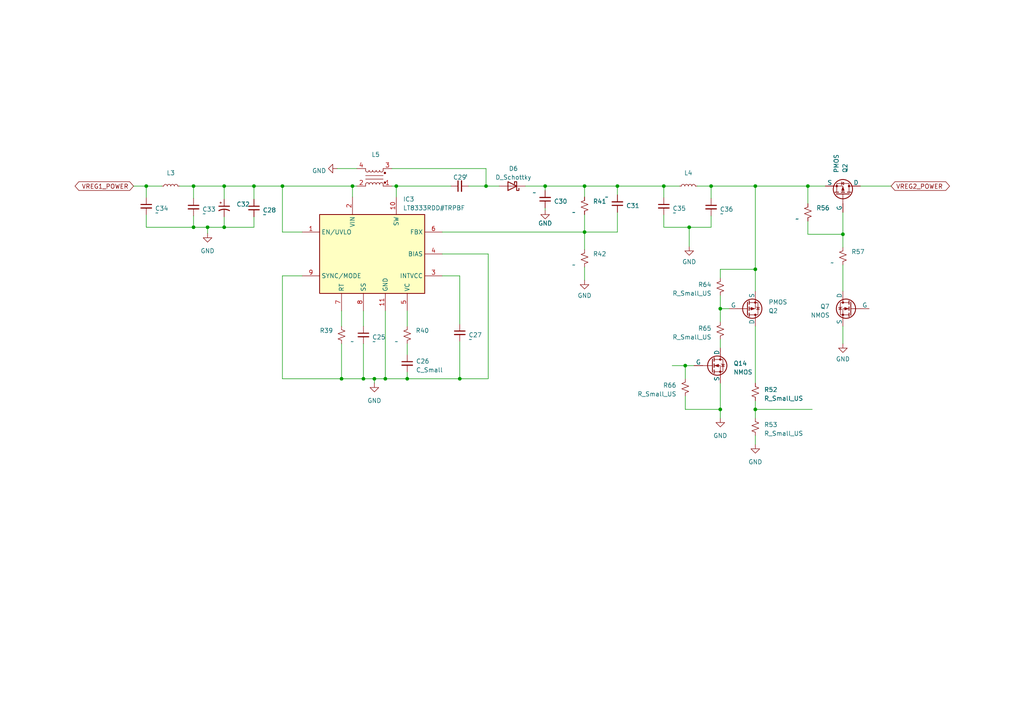
<source format=kicad_sch>
(kicad_sch (version 20230121) (generator eeschema)
  (paper "A4")
  (lib_symbols
    (symbol "Device:C_Polarized_Small_US" (pin_numbers hide) (pin_names (offset 0.254) hide)
      (property "Reference" "C" (at 0.254 1.778 0))
      (property "Value" "C_Polarized_Small_US" (at 0.254 -2.032 0))
      (symbol "C_Polarized_Small_US_0_1"
        (polyline (pts (xy -1.524 0.508) (xy 1.524 0.508)) (stroke (width 0.3048)))
        (polyline (pts (xy -1.27 1.524) (xy -0.762 1.524)))
        (polyline (pts (xy -1.016 1.27) (xy -1.016 1.778)))
        (arc (start 1.524 -0.762) (mid 0 -0.3734) (end -1.524 -0.762) (stroke (width 0.3048)))
      )
      (symbol "C_Polarized_Small_US_1_1"
        (pin passive line (at 0 2.54 270) (length 2.032) (name "~") (number "1"))
        (pin passive line (at 0 -2.54 90) (length 2.032) (name "~") (number "2"))
      )
    )
    (symbol "Device:C_Small" (pin_numbers hide) (pin_names (offset 0.254) hide)
      (property "Reference" "C" (at 0.254 1.778 0))
      (property "Value" "C_Small" (at 0.254 -2.032 0))
      (symbol "C_Small_0_1"
        (polyline (pts (xy -1.524 -0.508) (xy 1.524 -0.508)) (stroke (width 0.3302)))
        (polyline (pts (xy -1.524 0.508) (xy 1.524 0.508)) (stroke (width 0.3048)))
      )
      (symbol "C_Small_1_1"
        (pin passive line (at 0 2.54 270) (length 2.032) (name "~") (number "1"))
        (pin passive line (at 0 -2.54 90) (length 2.032) (name "~") (number "2"))
      )
    )
    (symbol "Device:D_Schottky" (pin_numbers hide) (pin_names (offset 1.016) hide)
      (property "Reference" "D" (at 0 2.54 0))
      (property "Value" "D_Schottky" (at 0 -2.54 0))
      (symbol "D_Schottky_0_1"
        (polyline (pts (xy 1.27 0) (xy -1.27 0)))
        (polyline (pts (xy 1.27 1.27) (xy 1.27 -1.27) (xy -1.27 0) (xy 1.27 1.27)) (stroke (width 0.254)))
        (polyline (pts (xy -1.905 0.635) (xy -1.905 1.27) (xy -1.27 1.27) (xy -1.27 -1.27) (xy -0.635 -1.27) (xy -0.635 -0.635)) (stroke (width 0.254)))
      )
      (symbol "D_Schottky_1_1"
        (pin passive line (at -3.81 0 0) (length 2.54) (name "K") (number "1"))
        (pin passive line (at 3.81 0 180) (length 2.54) (name "A") (number "2"))
      )
    )
    (symbol "Device:L_Iron_Coupled" (pin_names (offset 0.254) hide)
      (property "Reference" "L" (at 0 4.445 0))
      (property "Value" "L_Iron_Coupled" (at 0 -4.445 0))
      (symbol "L_Iron_Coupled_0_1"
        (circle (center -3.048 -1.27) (radius 0.254) (fill (type outline)))
        (circle (center -3.048 1.524) (radius 0.254) (fill (type outline)))
        (arc (start -2.54 2.032) (mid -2.032 1.5262) (end -1.524 2.032))
        (arc (start -1.524 -2.032) (mid -2.032 -1.5262) (end -2.54 -2.032))
        (arc (start -1.524 2.032) (mid -1.016 1.5262) (end -0.508 2.032))
        (arc (start -0.508 -2.032) (mid -1.016 -1.5262) (end -1.524 -2.032))
        (arc (start -0.508 2.032) (mid 0 1.5262) (end 0.508 2.032))
        (polyline (pts (xy -2.54 -2.032) (xy -2.54 -2.54)))
        (polyline (pts (xy -2.54 0.508) (xy 2.54 0.508)))
        (polyline (pts (xy -2.54 2.032) (xy -2.54 2.54)))
        (polyline (pts (xy 2.54 -2.032) (xy 2.54 -2.54)))
        (polyline (pts (xy 2.54 -0.508) (xy -2.54 -0.508)))
        (polyline (pts (xy 2.54 2.54) (xy 2.54 2.032)))
        (arc (start 0.508 -2.032) (mid 0 -1.5262) (end -0.508 -2.032))
        (arc (start 0.508 2.032) (mid 1.016 1.5262) (end 1.524 2.032))
        (arc (start 1.524 -2.032) (mid 1.016 -1.5262) (end 0.508 -2.032))
        (arc (start 1.524 2.032) (mid 2.032 1.5262) (end 2.54 2.032))
        (arc (start 2.54 -2.032) (mid 2.032 -1.5262) (end 1.524 -2.032))
      )
      (symbol "L_Iron_Coupled_1_1"
        (pin passive line (at -5.08 2.54 0) (length 2.54) (name "1") (number "1"))
        (pin passive line (at 5.08 2.54 180) (length 2.54) (name "2") (number "2"))
        (pin passive line (at -5.08 -2.54 0) (length 2.54) (name "3") (number "3"))
        (pin passive line (at 5.08 -2.54 180) (length 2.54) (name "4") (number "4"))
      )
    )
    (symbol "Device:L_Small" (pin_numbers hide) (pin_names (offset 0.254) hide)
      (property "Reference" "L" (at 0.762 1.016 0))
      (property "Value" "L_Small" (at 0.762 -1.016 0))
      (symbol "L_Small_0_1"
        (arc (start 0 -2.032) (mid 0.5058 -1.524) (end 0 -1.016))
        (arc (start 0 -1.016) (mid 0.5058 -0.508) (end 0 0))
        (arc (start 0 0) (mid 0.5058 0.508) (end 0 1.016))
        (arc (start 0 1.016) (mid 0.5058 1.524) (end 0 2.032))
      )
      (symbol "L_Small_1_1"
        (pin passive line (at 0 2.54 270) (length 0.508) (name "~") (number "1"))
        (pin passive line (at 0 -2.54 90) (length 0.508) (name "~") (number "2"))
      )
    )
    (symbol "Device:R_Small_US" (pin_numbers hide) (pin_names (offset 0.254) hide)
      (property "Reference" "R" (at 0.762 0.508 0))
      (property "Value" "R_Small_US" (at 0.762 -1.016 0))
      (symbol "R_Small_US_1_1"
        (polyline (pts (xy 0 0) (xy 1.016 -0.381) (xy 0 -0.762) (xy -1.016 -1.143) (xy 0 -1.524)))
        (polyline (pts (xy 0 1.524) (xy 1.016 1.143) (xy 0 0.762) (xy -1.016 0.381) (xy 0 0)))
        (pin passive line (at 0 2.54 270) (length 1.016) (name "~") (number "1"))
        (pin passive line (at 0 -2.54 90) (length 1.016) (name "~") (number "2"))
      )
    )
    (symbol "LT8333RDD#TRPBF:LT8333RDD#TRPBF"
      (property "Reference" "IC" (at 36.83 7.62 0))
      (property "Value" "LT8333RDD#TRPBF" (at 36.83 5.08 0))
      (symbol "LT8333RDD#TRPBF_1_1"
        (rectangle (start 5.08 2.54) (end 35.56 -20.32) (stroke (width 0.254)) (fill (type background)))
        (pin passive line (at 0 -2.54 0) (length 5.08) (name "EN/UVLO") (number "1"))
        (pin passive line (at 27.305 7.62 270) (length 5.08) (name "SW") (number "10"))
        (pin passive line (at 24.13 -25.4 90) (length 5.08) (name "GND") (number "11"))
        (pin passive line (at 14.605 7.62 270) (length 5.08) (name "VIN") (number "2"))
        (pin passive line (at 40.64 -15.24 180) (length 5.08) (name "INTVCC") (number "3"))
        (pin passive line (at 40.64 -8.89 180) (length 5.08) (name "BIAS") (number "4"))
        (pin passive line (at 30.48 -25.4 90) (length 5.08) (name "VC") (number "5"))
        (pin passive line (at 40.64 -2.54 180) (length 5.08) (name "FBX") (number "6"))
        (pin passive line (at 11.43 -25.4 90) (length 5.08) (name "RT") (number "7"))
        (pin passive line (at 17.78 -25.4 90) (length 5.08) (name "SS") (number "8"))
        (pin passive line (at 0 -15.24 0) (length 5.08) (name "SYNC/MODE") (number "9"))
      )
    )
    (symbol "Simulation_SPICE:NMOS" (pin_numbers hide) (pin_names (offset 0))
      (property "Reference" "Q" (at 5.08 1.27 0))
      (property "Value" "NMOS" (at 5.08 -1.27 0))
      (symbol "NMOS_0_1"
        (polyline (pts (xy 0.254 0) (xy -2.54 0)))
        (polyline (pts (xy 0.254 1.905) (xy 0.254 -1.905)) (stroke (width 0.254)))
        (polyline (pts (xy 0.762 -1.27) (xy 0.762 -2.286)) (stroke (width 0.254)))
        (polyline (pts (xy 0.762 0.508) (xy 0.762 -0.508)) (stroke (width 0.254)))
        (polyline (pts (xy 0.762 2.286) (xy 0.762 1.27)) (stroke (width 0.254)))
        (polyline (pts (xy 2.54 2.54) (xy 2.54 1.778)))
        (polyline (pts (xy 2.54 -2.54) (xy 2.54 0) (xy 0.762 0)))
        (polyline (pts (xy 0.762 -1.778) (xy 3.302 -1.778) (xy 3.302 1.778) (xy 0.762 1.778)))
        (polyline (pts (xy 1.016 0) (xy 2.032 0.381) (xy 2.032 -0.381) (xy 1.016 0)) (fill (type outline)))
        (polyline (pts (xy 2.794 0.508) (xy 2.921 0.381) (xy 3.683 0.381) (xy 3.81 0.254)))
        (polyline (pts (xy 3.302 0.381) (xy 2.921 -0.254) (xy 3.683 -0.254) (xy 3.302 0.381)))
        (circle (center 1.651 0) (radius 2.794) (stroke (width 0.254)))
        (circle (center 2.54 -1.778) (radius 0.254) (fill (type outline)))
        (circle (center 2.54 1.778) (radius 0.254) (fill (type outline)))
      )
      (symbol "NMOS_1_1"
        (pin passive line (at 2.54 5.08 270) (length 2.54) (name "D") (number "1"))
        (pin input line (at -5.08 0 0) (length 2.54) (name "G") (number "2"))
        (pin passive line (at 2.54 -5.08 90) (length 2.54) (name "S") (number "3"))
      )
    )
    (symbol "Simulation_SPICE:PMOS" (pin_numbers hide) (pin_names (offset 0))
      (property "Reference" "Q" (at 5.08 1.27 0))
      (property "Value" "PMOS" (at 5.08 -1.27 0))
      (symbol "PMOS_0_1"
        (polyline (pts (xy 0.254 0) (xy -2.54 0)))
        (polyline (pts (xy 0.254 1.905) (xy 0.254 -1.905)) (stroke (width 0.254)))
        (polyline (pts (xy 0.762 -1.27) (xy 0.762 -2.286)) (stroke (width 0.254)))
        (polyline (pts (xy 0.762 0.508) (xy 0.762 -0.508)) (stroke (width 0.254)))
        (polyline (pts (xy 0.762 2.286) (xy 0.762 1.27)) (stroke (width 0.254)))
        (polyline (pts (xy 2.54 2.54) (xy 2.54 1.778)))
        (polyline (pts (xy 2.54 -2.54) (xy 2.54 0) (xy 0.762 0)))
        (polyline (pts (xy 0.762 1.778) (xy 3.302 1.778) (xy 3.302 -1.778) (xy 0.762 -1.778)))
        (polyline (pts (xy 2.286 0) (xy 1.27 0.381) (xy 1.27 -0.381) (xy 2.286 0)) (fill (type outline)))
        (polyline (pts (xy 2.794 -0.508) (xy 2.921 -0.381) (xy 3.683 -0.381) (xy 3.81 -0.254)))
        (polyline (pts (xy 3.302 -0.381) (xy 2.921 0.254) (xy 3.683 0.254) (xy 3.302 -0.381)))
        (circle (center 1.651 0) (radius 2.794) (stroke (width 0.254)))
        (circle (center 2.54 -1.778) (radius 0.254) (fill (type outline)))
        (circle (center 2.54 1.778) (radius 0.254) (fill (type outline)))
      )
      (symbol "PMOS_1_1"
        (pin passive line (at 2.54 5.08 270) (length 2.54) (name "D") (number "1"))
        (pin input line (at -5.08 0 0) (length 2.54) (name "G") (number "2"))
        (pin passive line (at 2.54 -5.08 90) (length 2.54) (name "S") (number "3"))
      )
    )
    (symbol "power:GND" (power) (pin_names (offset 0))
      (property "Value" "GND" (at 0 -3.81 0))
      (symbol "GND_0_1"
        (polyline (pts (xy 0 0) (xy 0 -1.27) (xy 1.27 -1.27) (xy 0 -2.54) (xy -1.27 -1.27) (xy 0 -1.27)))
      )
      (symbol "GND_1_1"
        (pin power_in line (at 0 0 270) (length 0) hide (name "GND") (number "1"))
      )
    )
  )
  (junction (at 169.545 67.31))
  (junction (at 60.198 65.913))
  (junction (at 81.915 53.975))
  (junction (at 206.248 53.975))
  (junction (at 219.075 53.975))
  (junction (at 219.075 118.745))
  (junction (at 234.315 53.975))
  (junction (at 199.898 65.913))
  (junction (at 118.11 109.855))
  (junction (at 56.134 65.913))
  (junction (at 56.134 53.975))
  (junction (at 102.235 53.975))
  (junction (at 105.41 109.855))
  (junction (at 198.755 106.045))
  (junction (at 208.915 89.535))
  (junction (at 208.915 118.745))
  (junction (at 133.35 109.855))
  (junction (at 73.66 53.975))
  (junction (at 42.418 53.975))
  (junction (at 99.06 109.855))
  (junction (at 192.532 53.975))
  (junction (at 219.075 78.105))
  (junction (at 65.024 65.913))
  (junction (at 244.475 67.945))
  (junction (at 65.024 53.975))
  (junction (at 108.585 109.855))
  (junction (at 111.76 109.855))
  (junction (at 114.935 53.975))
  (junction (at 169.545 53.975))
  (junction (at 140.97 53.975))
  (junction (at 179.07 53.975))
  (junction (at 158.115 53.975))
  (wire (pts (xy 128.27 67.31) (xy 169.545 67.31)))
  (wire (pts (xy 97.79 48.895) (xy 103.505 48.895)))
  (wire (pts (xy 56.134 53.975) (xy 56.134 57.531)))
  (wire (pts (xy 65.024 53.975) (xy 73.66 53.975)))
  (wire (pts (xy 208.915 100.965) (xy 208.915 98.425)))
  (wire (pts (xy 60.198 65.913) (xy 65.024 65.913)))
  (wire (pts (xy 42.418 57.277) (xy 42.418 53.975)))
  (wire (pts (xy 169.545 53.975) (xy 179.07 53.975)))
  (wire (pts (xy 111.76 109.855) (xy 118.11 109.855)))
  (wire (pts (xy 99.06 109.855) (xy 105.41 109.855)))
  (wire (pts (xy 56.134 65.913) (xy 60.198 65.913)))
  (wire (pts (xy 105.41 99.695) (xy 105.41 109.855)))
  (wire (pts (xy 42.418 65.913) (xy 56.134 65.913)))
  (wire (pts (xy 169.545 53.975) (xy 158.115 53.975)))
  (wire (pts (xy 208.915 111.125) (xy 208.915 118.745)))
  (wire (pts (xy 249.555 53.975) (xy 258.445 53.975)))
  (wire (pts (xy 140.97 48.895) (xy 113.665 48.895)))
  (wire (pts (xy 206.248 53.975) (xy 206.248 57.531)))
  (wire (pts (xy 99.06 99.695) (xy 99.06 109.855)))
  (wire (pts (xy 179.07 61.595) (xy 179.07 67.31)))
  (wire (pts (xy 219.075 53.975) (xy 234.315 53.975)))
  (wire (pts (xy 111.76 90.17) (xy 111.76 109.855)))
  (wire (pts (xy 219.075 118.745) (xy 219.075 121.285)))
  (wire (pts (xy 244.475 76.835) (xy 244.475 84.455)))
  (wire (pts (xy 141.605 73.66) (xy 141.605 109.855)))
  (wire (pts (xy 199.898 71.501) (xy 199.898 65.913)))
  (wire (pts (xy 198.755 106.045) (xy 201.295 106.045)))
  (wire (pts (xy 99.06 90.17) (xy 99.06 94.615)))
  (wire (pts (xy 219.075 118.745) (xy 235.585 118.745)))
  (wire (pts (xy 65.024 62.865) (xy 65.024 65.913)))
  (wire (pts (xy 208.915 89.535) (xy 208.915 85.725)))
  (wire (pts (xy 113.665 53.975) (xy 114.935 53.975)))
  (wire (pts (xy 56.134 53.975) (xy 65.024 53.975)))
  (wire (pts (xy 169.545 77.47) (xy 169.545 81.28)))
  (wire (pts (xy 81.915 67.31) (xy 81.915 53.975)))
  (wire (pts (xy 219.075 116.205) (xy 219.075 118.745)))
  (wire (pts (xy 192.532 62.357) (xy 192.532 65.913)))
  (wire (pts (xy 99.06 109.855) (xy 81.915 109.855)))
  (wire (pts (xy 133.35 109.855) (xy 118.11 109.855)))
  (wire (pts (xy 208.915 89.535) (xy 211.455 89.535)))
  (wire (pts (xy 108.585 109.855) (xy 111.76 109.855)))
  (wire (pts (xy 102.235 53.975) (xy 81.915 53.975)))
  (wire (pts (xy 114.935 53.975) (xy 114.935 57.15)))
  (wire (pts (xy 234.315 67.945) (xy 244.475 67.945)))
  (wire (pts (xy 38.735 53.975) (xy 42.418 53.975)))
  (wire (pts (xy 105.41 90.17) (xy 105.41 94.615)))
  (wire (pts (xy 179.07 67.31) (xy 169.545 67.31)))
  (wire (pts (xy 234.315 53.975) (xy 239.395 53.975)))
  (wire (pts (xy 65.024 65.913) (xy 73.66 65.913)))
  (wire (pts (xy 102.235 57.15) (xy 102.235 53.975)))
  (wire (pts (xy 81.915 109.855) (xy 81.915 80.01)))
  (wire (pts (xy 158.115 55.245) (xy 158.115 53.975)))
  (wire (pts (xy 219.075 126.365) (xy 219.075 128.905)))
  (wire (pts (xy 128.27 73.66) (xy 141.605 73.66)))
  (wire (pts (xy 208.915 78.105) (xy 219.075 78.105)))
  (wire (pts (xy 105.41 109.855) (xy 108.585 109.855)))
  (wire (pts (xy 208.915 118.745) (xy 198.755 118.745)))
  (wire (pts (xy 244.475 67.945) (xy 244.475 71.755)))
  (wire (pts (xy 87.63 67.31) (xy 81.915 67.31)))
  (wire (pts (xy 140.97 53.975) (xy 140.97 48.895)))
  (wire (pts (xy 202.184 53.975) (xy 206.248 53.975)))
  (wire (pts (xy 244.475 94.615) (xy 244.475 99.695)))
  (wire (pts (xy 179.07 53.975) (xy 179.07 56.515)))
  (wire (pts (xy 135.89 53.975) (xy 140.97 53.975)))
  (wire (pts (xy 244.475 67.945) (xy 244.475 61.595)))
  (wire (pts (xy 158.115 60.96) (xy 158.115 60.325)))
  (wire (pts (xy 192.532 65.913) (xy 199.898 65.913)))
  (wire (pts (xy 73.66 53.975) (xy 81.915 53.975)))
  (wire (pts (xy 219.075 78.105) (xy 219.075 53.975)))
  (wire (pts (xy 234.315 64.135) (xy 234.315 67.945)))
  (wire (pts (xy 42.418 62.357) (xy 42.418 65.913)))
  (wire (pts (xy 208.915 118.745) (xy 208.915 121.285)))
  (wire (pts (xy 179.07 53.975) (xy 192.532 53.975)))
  (wire (pts (xy 208.915 93.345) (xy 208.915 89.535)))
  (wire (pts (xy 169.545 67.31) (xy 169.545 72.39)))
  (wire (pts (xy 234.315 53.975) (xy 234.315 59.055)))
  (wire (pts (xy 56.134 62.611) (xy 56.134 65.913)))
  (wire (pts (xy 60.198 65.913) (xy 60.198 67.691)))
  (wire (pts (xy 114.935 53.975) (xy 130.81 53.975)))
  (wire (pts (xy 73.66 62.865) (xy 73.66 65.913)))
  (wire (pts (xy 118.11 94.615) (xy 118.11 90.17)))
  (wire (pts (xy 141.605 109.855) (xy 133.35 109.855)))
  (wire (pts (xy 128.27 80.01) (xy 133.35 80.01)))
  (wire (pts (xy 133.35 80.01) (xy 133.35 93.98)))
  (wire (pts (xy 208.915 80.645) (xy 208.915 78.105)))
  (wire (pts (xy 81.915 80.01) (xy 87.63 80.01)))
  (wire (pts (xy 102.235 53.975) (xy 103.505 53.975)))
  (wire (pts (xy 206.248 53.975) (xy 219.075 53.975)))
  (wire (pts (xy 52.07 53.975) (xy 56.134 53.975)))
  (wire (pts (xy 192.532 57.277) (xy 192.532 53.975)))
  (wire (pts (xy 198.755 109.855) (xy 198.755 106.045)))
  (wire (pts (xy 192.532 53.975) (xy 197.104 53.975)))
  (wire (pts (xy 108.585 109.855) (xy 108.585 111.125)))
  (wire (pts (xy 194.945 106.045) (xy 198.755 106.045)))
  (wire (pts (xy 42.418 53.975) (xy 46.99 53.975)))
  (wire (pts (xy 65.024 53.975) (xy 65.024 57.785)))
  (wire (pts (xy 140.97 53.975) (xy 144.78 53.975)))
  (wire (pts (xy 169.545 62.23) (xy 169.545 67.31)))
  (wire (pts (xy 206.248 62.611) (xy 206.248 65.913)))
  (wire (pts (xy 219.075 78.105) (xy 219.075 84.455)))
  (wire (pts (xy 199.898 65.913) (xy 206.248 65.913)))
  (wire (pts (xy 118.11 109.855) (xy 118.11 107.95)))
  (wire (pts (xy 169.545 53.975) (xy 169.545 57.15)))
  (wire (pts (xy 73.66 57.785) (xy 73.66 53.975)))
  (wire (pts (xy 118.11 102.87) (xy 118.11 99.695)))
  (wire (pts (xy 219.075 94.615) (xy 219.075 111.125)))
  (wire (pts (xy 198.755 118.745) (xy 198.755 114.935)))
  (wire (pts (xy 158.115 53.975) (xy 152.4 53.975)))
  (wire (pts (xy 133.35 99.06) (xy 133.35 109.855)))
  (global_label "VREG1_POWER" (shape bidirectional) (at 38.735 53.975 180) (property "Intersheetrefs" "${INTERSHEET_REFS}" (effects hide)))
  (global_label "VREG2_POWER" (shape bidirectional) (at 258.445 53.975 0) (property "Intersheetrefs" "${INTERSHEET_REFS}" (effects hide)))
  (symbol (lib_id "power:GND") (at 208.915 121.285 0) (unit 1)
    (property "Reference" "#PWR044" (effects hide))
    (property "Value" "GND" (at 208.915 126.365 0))
    (instances (project "power_supply" (path "" (reference "#PWR044") (unit 1)) (path "" (reference "#PWR046") (unit 1))))
  )
  (symbol (lib_id "Device:C_Small") (at 118.11 105.41 0) (unit 1)
    (property "Reference" "C26" (at 120.65 104.7813 0) (effects (justify left)))
    (property "Value" "C_Small" (at 120.65 107.3213 0) (effects (justify left)))
  )
  (symbol (lib_id "Device:L_Small") (at 49.53 53.975 90) (unit 1)
    (property "Reference" "L3" (at 49.53 50.165 90))
    (property "Value" "L_Small" (effects hide))
  )
  (symbol (lib_id "Device:R_Small_US") (at 219.075 113.665 0) (unit 1)
    (property "Reference" "R52" (at 221.615 113.03 0) (effects (justify left)))
    (property "Value" "R_Small_US" (at 221.615 115.57 0) (effects (justify left)))
    (instances (project "power_supply" (path "" (reference "R52") (unit 1)) (path "" (reference "R70") (unit 1))))
  )
  (symbol (lib_id "Device:C_Small") (at 158.115 57.785 180) (unit 1)
    (property "Reference" "C30" (at 160.655 58.4136 0) (effects (justify right)))
    (property "Value" "~" (at 155.575 55.8737 0) (effects (justify left)))
  )
  (symbol (lib_id "Device:R_Small_US") (at 234.315 61.595 0) (mirror y) (unit 1)
    (property "Reference" "R56" (at 240.665 60.325 0) (effects (justify left)))
    (property "Value" "~" (at 231.775 63.5 0) (effects (justify left)))
  )
  (symbol (lib_id "power:GND") (at 244.475 99.695 0) (unit 1)
    (property "Reference" "#PWR038" (effects hide))
    (property "Value" "GND" (at 244.475 104.14 0))
  )
  (symbol (lib_id "Device:C_Small") (at 105.41 97.155 0) (unit 1)
    (property "Reference" "C25" (at 107.95 97.7963 0) (effects (justify left)))
    (property "Value" "~" (at 107.95 99.0663 0) (effects (justify left)))
  )
  (symbol (lib_id "Device:C_Polarized_Small_US") (at 65.024 60.325 0) (unit 1)
    (property "Reference" "C32" (at 68.58 59.2582 0) (effects (justify left)))
    (property "Value" "C_Polarized_Small_US" (effects hide))
  )
  (symbol (lib_id "Simulation_SPICE:NMOS") (at 206.375 106.045 0) (unit 1)
    (property "Reference" "Q14" (at 212.725 105.41 0) (effects (justify left)))
    (property "Value" "NMOS" (at 212.725 107.95 0) (effects (justify left)))
    (property "Datasheet" "https://ngspice.sourceforge.io/docs/ngspice-manual.pdf" (effects hide))
    (property "Sim.Device" "NMOS" (effects hide))
    (property "Sim.Type" "VDMOS" (effects hide))
    (property "Sim.Pins" "1=D 2=G 3=S" (effects hide))
    (instances (project "power_supply" (path "" (reference "Q14") (unit 1)) (path "" (reference "Q12") (unit 1))))
  )
  (symbol (lib_id "Simulation_SPICE:NMOS") (at 247.015 89.535 0) (mirror y) (unit 1)
    (property "Reference" "Q7" (at 240.665 88.9 0) (effects (justify left)))
    (property "Value" "NMOS" (at 240.665 91.44 0) (effects (justify left)))
    (property "Datasheet" "https://ngspice.sourceforge.io/docs/ngspice-manual.pdf" (effects hide))
    (property "Sim.Device" "NMOS" (effects hide))
    (property "Sim.Type" "VDMOS" (effects hide))
    (property "Sim.Pins" "1=D 2=G 3=S" (effects hide))
  )
  (symbol (lib_id "power:GND") (at 60.198 67.691 0) (unit 1)
    (property "Reference" "#PWR025" (effects hide))
    (property "Value" "GND" (at 60.198 72.771 0))
  )
  (symbol (lib_id "LT8333RDD#TRPBF:LT8333RDD#TRPBF") (at 87.63 64.77 0) (unit 1)
    (property "Reference" "IC3" (at 116.8909 57.785 0) (effects (justify left)))
    (property "Value" "LT8333RDD#TRPBF" (at 116.8909 60.325 0) (effects (justify left)))
    (property "Footprint" "SON50P300X300X80-11N-D" (effects hide))
    (property "Datasheet" "https://www.analog.com/media/en/technical-documentation/data-sheets/lt8333.pdf" (effects hide))
    (property "Height" "0.8" (effects hide))
    (property "Mouser Part Number" "584-LT8333RDD#TRPBF" (effects hide))
    (property "Mouser Price/Stock" "https://www.mouser.co.uk/ProductDetail/Analog-Devices/LT8333RDDTRPBF?qs=Li%252BoUPsLEnsIGUoTTha3eQ%3D%3D" (effects hide))
    (property "Manufacturer_Name" "Analog Devices" (effects hide))
    (property "Manufacturer_Part_Number" "LT8333RDD#TRPBF" (effects hide))
  )
  (symbol (lib_id "Device:R_Small_US") (at 99.06 97.155 0) (unit 1)
    (property "Reference" "R39" (at 92.71 95.885 0) (effects (justify left)))
    (property "Value" "~" (at 101.6 99.06 0) (effects (justify left)))
  )
  (symbol (lib_id "power:GND") (at 219.075 128.905 0) (unit 1)
    (property "Reference" "#PWR036" (effects hide))
    (property "Value" "GND" (at 219.075 133.985 0))
    (instances (project "power_supply" (path "" (reference "#PWR036") (unit 1)) (path "" (reference "#PWR047") (unit 1))))
  )
  (symbol (lib_id "Device:C_Small") (at 192.532 59.817 0) (unit 1)
    (property "Reference" "C35" (at 195.072 60.4583 0) (effects (justify left)))
    (property "Value" "~" (at 195.072 61.7283 0) (effects (justify left)))
  )
  (symbol (lib_id "Device:D_Schottky") (at 148.59 53.975 180) (unit 1)
    (property "Reference" "D6" (at 148.9075 48.895 0))
    (property "Value" "D_Schottky" (at 148.9075 51.435 0))
  )
  (symbol (lib_id "Device:R_Small_US") (at 118.11 97.155 0) (mirror y) (unit 1)
    (property "Reference" "R40" (at 124.46 95.885 0) (effects (justify left)))
    (property "Value" "~" (at 115.57 99.06 0) (effects (justify left)))
  )
  (symbol (lib_id "Device:C_Small") (at 56.134 60.071 0) (unit 1)
    (property "Reference" "C33" (at 58.674 60.7123 0) (effects (justify left)))
    (property "Value" "~" (at 58.674 61.9823 0) (effects (justify left)))
  )
  (symbol (lib_id "Device:C_Small") (at 133.35 96.52 0) (unit 1)
    (property "Reference" "C27" (at 135.89 97.1613 0) (effects (justify left)))
    (property "Value" "~" (at 135.89 98.4313 0) (effects (justify left)))
  )
  (symbol (lib_id "Device:C_Small") (at 179.07 59.055 180) (unit 1)
    (property "Reference" "C31" (at 181.61 59.6836 0) (effects (justify right)))
    (property "Value" "~" (at 176.53 57.1437 0) (effects (justify left)))
  )
  (symbol (lib_id "power:GND") (at 97.79 48.895 270) (unit 1)
    (property "Reference" "#PWR026" (effects hide))
    (property "Value" "GND" (at 94.615 49.53 90) (effects (justify right)))
  )
  (symbol (lib_id "power:GND") (at 169.545 81.28 0) (unit 1)
    (property "Reference" "#PWR028" (effects hide))
    (property "Value" "GND" (at 169.545 85.725 0))
  )
  (symbol (lib_id "Device:C_Small") (at 206.248 60.071 0) (unit 1)
    (property "Reference" "C36" (at 208.788 60.7123 0) (effects (justify left)))
    (property "Value" "~" (at 208.788 61.9823 0) (effects (justify left)))
  )
  (symbol (lib_id "Device:C_Small") (at 42.418 59.817 0) (unit 1)
    (property "Reference" "C34" (at 44.958 60.4583 0) (effects (justify left)))
    (property "Value" "~" (at 44.958 61.7283 0) (effects (justify left)))
  )
  (symbol (lib_id "Device:R_Small_US") (at 219.075 123.825 0) (unit 1)
    (property "Reference" "R53" (at 221.615 123.19 0) (effects (justify left)))
    (property "Value" "R_Small_US" (at 221.615 125.73 0) (effects (justify left)))
    (instances (project "power_supply" (path "" (reference "R53") (unit 1)) (path "" (reference "R71") (unit 1))))
  )
  (symbol (lib_id "power:GND") (at 199.898 71.501 0) (unit 1)
    (property "Reference" "#PWR029" (effects hide))
    (property "Value" "GND" (at 199.898 75.946 0))
  )
  (symbol (lib_id "Device:R_Small_US") (at 244.475 74.295 0) (mirror y) (unit 1)
    (property "Reference" "R57" (at 250.825 73.025 0) (effects (justify left)))
    (property "Value" "~" (at 241.935 76.2 0) (effects (justify left)))
  )
  (symbol (lib_id "Device:R_Small_US") (at 169.545 59.69 0) (mirror y) (unit 1)
    (property "Reference" "R41" (at 175.895 58.42 0) (effects (justify left)))
    (property "Value" "~" (at 167.005 61.595 0) (effects (justify left)))
  )
  (symbol (lib_id "Device:L_Iron_Coupled") (at 108.585 51.435 180) (unit 1)
    (property "Reference" "L5" (at 108.966 44.831 0))
    (property "Value" "L_Iron_Coupled" (effects hide))
  )
  (symbol (lib_id "Device:C_Small") (at 133.35 53.975 90) (unit 1)
    (property "Reference" "C29" (at 133.3563 51.435 90))
    (property "Value" "~" (at 135.2613 51.435 0) (effects (justify left)))
  )
  (symbol (lib_id "Simulation_SPICE:PMOS") (at 244.475 56.515 270) (mirror x) (unit 1)
    (property "Reference" "Q2" (at 245.11 50.165 0) (effects (justify left)))
    (property "Value" "PMOS" (at 242.57 50.165 0) (effects (justify left)))
    (property "Datasheet" "https://ngspice.sourceforge.io/docs/ngspice-manual.pdf" (effects hide))
    (property "Sim.Device" "PMOS" (effects hide))
    (property "Sim.Type" "VDMOS" (effects hide))
    (property "Sim.Pins" "1=D 2=G 3=S" (effects hide))
    (instances (project "power_supply" (path "" (reference "Q2") (unit 1)) (path "" (reference "Q6") (unit 1))))
  )
  (symbol (lib_id "power:GND") (at 158.115 60.96 0) (unit 1)
    (property "Reference" "#PWR027" (effects hide))
    (property "Value" "GND" (at 158.115 64.77 0))
  )
  (symbol (lib_id "Device:R_Small_US") (at 208.915 83.185 0) (mirror y) (unit 1)
    (property "Reference" "R64" (at 206.375 82.55 0) (effects (justify left)))
    (property "Value" "R_Small_US" (at 206.375 85.09 0) (effects (justify left)))
    (instances (project "power_supply" (path "" (reference "R64") (unit 1)) (path "" (reference "R67") (unit 1))))
  )
  (symbol (lib_id "Device:L_Small") (at 199.644 53.975 90) (unit 1)
    (property "Reference" "L4" (at 199.644 50.165 90))
    (property "Value" "L_Small" (effects hide))
  )
  (symbol (lib_id "Simulation_SPICE:PMOS") (at 216.535 89.535 0) (mirror x) (unit 1)
    (property "Reference" "Q2" (at 222.885 90.17 0) (effects (justify left)))
    (property "Value" "PMOS" (at 222.885 87.63 0) (effects (justify left)))
    (property "Datasheet" "https://ngspice.sourceforge.io/docs/ngspice-manual.pdf" (effects hide))
    (property "Sim.Device" "PMOS" (effects hide))
    (property "Sim.Type" "VDMOS" (effects hide))
    (property "Sim.Pins" "1=D 2=G 3=S" (effects hide))
    (instances (project "power_supply" (path "" (reference "Q2") (unit 1)) (path "" (reference "Q13") (unit 1)) (path "" (reference "Q5") (unit 1))))
  )
  (symbol (lib_id "Device:R_Small_US") (at 198.755 112.395 0) (mirror y) (unit 1)
    (property "Reference" "R66" (at 196.215 111.76 0) (effects (justify left)))
    (property "Value" "R_Small_US" (at 196.215 114.3 0) (effects (justify left)))
    (instances (project "power_supply" (path "" (reference "R66") (unit 1)) (path "" (reference "R69") (unit 1))))
  )
  (symbol (lib_id "Device:R_Small_US") (at 208.915 95.885 0) (mirror y) (unit 1)
    (property "Reference" "R65" (at 206.375 95.25 0) (effects (justify left)))
    (property "Value" "R_Small_US" (at 206.375 97.79 0) (effects (justify left)))
    (instances (project "power_supply" (path "" (reference "R65") (unit 1)) (path "" (reference "R68") (unit 1))))
  )
  (symbol (lib_id "power:GND") (at 108.585 111.125 0) (unit 1)
    (property "Reference" "#PWR024" (effects hide))
    (property "Value" "GND" (at 108.585 116.205 0))
  )
  (symbol (lib_id "Device:C_Small") (at 73.66 60.325 0) (unit 1)
    (property "Reference" "C28" (at 76.2 60.9663 0) (effects (justify left)))
    (property "Value" "~" (at 76.2 62.2363 0) (effects (justify left)))
  )
  (symbol (lib_id "Device:R_Small_US") (at 169.545 74.93 0) (mirror y) (unit 1)
    (property "Reference" "R42" (at 175.895 73.66 0) (effects (justify left)))
    (property "Value" "~" (at 167.005 76.835 0) (effects (justify left)))
  )
)
</source>
